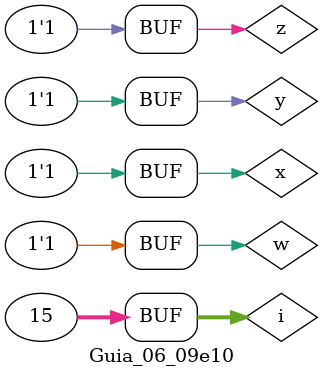
<source format=v>
/*
* Aluno: Pedro Henrique Lima Carvalho
* Matricula: 651230
* Arquitetura 1 - Tarde
* Guia_06 Exercicio 09e10.
*/
module a (output s, control, input x, y, z);
assign s = x&(~z|~y);
assign control = (~(~x|~y)&~(x&y))|~(~x|(y&z));
endmodule

module b (output s, control, input x, y, w, z);
assign s = (x|y)&(x|~y)&(~y|~w|~z);
assign control = (~(~y|w|~x)&~(y&~w&x))|~((y&w&z)|~x);
endmodule


module Guia_06_09e10;
// define data
reg x, y, w, z;
integer i;
wire sa, sb, ca, cb;

//instantiate
a a1 (sa, ca, x, y, z);
b b1 (sb, cb, x, y, w, z);
// initial values
initial
begin : start
x=1'b0; y=1'b0; w=1'b0; z=1'b0; i=0;
end

//main
initial
begin : main
//id
$display("Guia 06 Ex. 09 e 10");

//monitor
$display("\n09) Equacao: ((x'+y')'.(x.y)')+(x'+(y.z))'");
$display(" Reduzida: x.(z'+y')");

$display("  m | x | y | z | Normal | Reduzida");
$monitor(" %2d | %b | %b | %b |    %b   |    %b", i, x, y, z, ca, sa);

//signals
#1 x=0; y=0; z=1; i=1;
#1 x=0; y=1; z=0; i=2;
#1 x=0; y=1; z=1; i=3;
#1 x=1; y=0; z=0; i=4;
#1 x=1; y=0; z=1; i=5;
#1 x=1; y=1; z=0; i=6;
#1 x=1; y=1; z=1; i=7;

//first signal b
#1 x=0; y=0; w=0; z=0; i=0;

//monitor
$display("\n10) Equacao: ((y'+w+x')'.(y.w'.x)')+((y.w.z)+x')'");
$display(" Reduzida: (X+Y).(X+Y').(Y'+W'+Z')");

$display("  M | X | Y | W | Z | Normal | Reduzida");
$monitor(" %2d | %b | %b | %b | %b |   %b    |    %b", i, x, y, w, z, cb, sb);


//signals
#1 x=0; y=0; w=0; z=1; i=1;
#1 x=0; y=0; w=1; z=0; i=2;
#1 x=0; y=0; w=1; z=1; i=3;
#1 x=0; y=1; w=0; z=0; i=4;
#1 x=0; y=1; w=0; z=1; i=5;
#1 x=0; y=1; w=1; z=0; i=6;
#1 x=0; y=1; w=1; z=1; i=7;
#1 x=1; y=0; w=0; z=0; i=8;
#1 x=1; y=0; w=0; z=1; i=9;
#1 x=1; y=0; w=1; z=0; i=10;
#1 x=1; y=0; w=1; z=1; i=11;
#1 x=1; y=1; w=0; z=0; i=12;
#1 x=1; y=1; w=0; z=1; i=13;
#1 x=1; y=1; w=1; z=0; i=14;
#1 x=1; y=1; w=1; z=1; i=15;



end // main
endmodule // Guia

</source>
